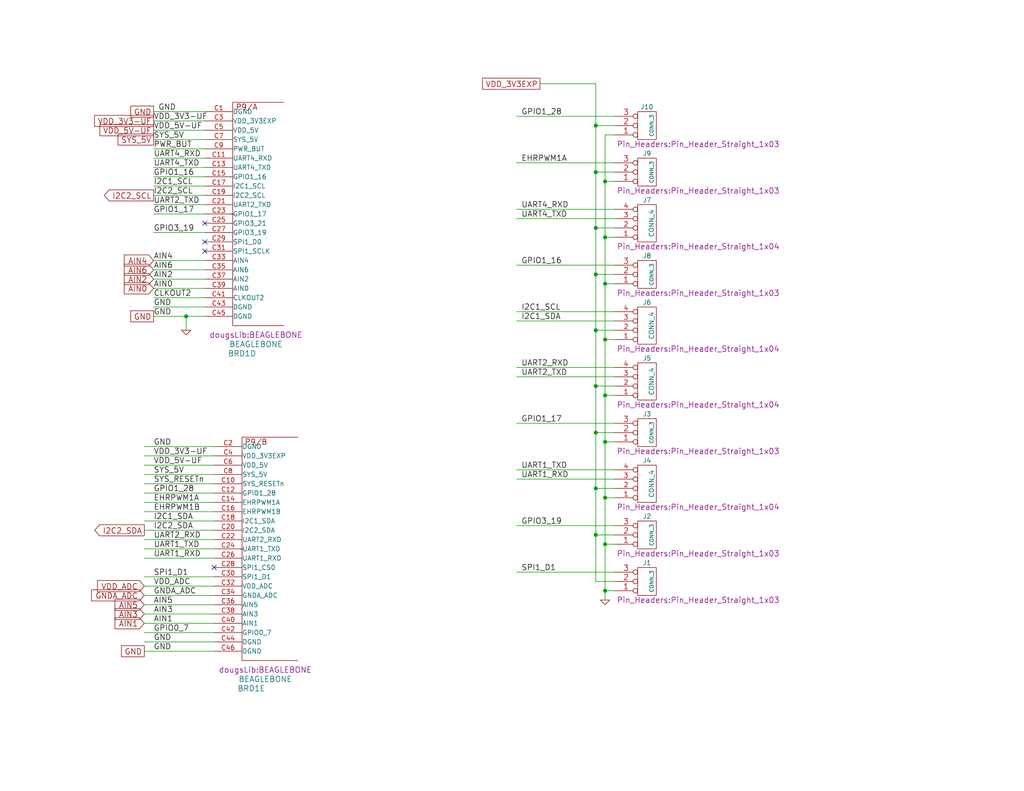
<source format=kicad_sch>
(kicad_sch (version 20211123) (generator eeschema)
  (paper "A")
  (title_block (title "BeagleBone Cape Baseline") (date "24 feb 2015") (rev "X4") (company "Doug Gilliland <doug@douglasgilliland.com>") (comment 1 "https://github.com/douggilliland/"))
  (lib_symbols
    (symbol "BBB-GVS-4-rescue:BEAGLEBONE" (pin_names (offset 0.0254))
      (property "Reference" "U" (at 2.54 -33.02 0))
      (property "Value" "BEAGLEBONE" (at 7.62 -35.56 0))
      (symbol "BEAGLEBONE_1_1"
        (rectangle (start -10.16 8.89) (end 10.16 -7.62))
        (text "Battery/BL" (at 0 7.62 0) (effects (font (size 1.524 1.524))))
        (pin passive inverted (at -17.78 5.08 0) (length 7.62) (name "BAT") (number "A1"))
        (pin passive inverted (at 17.78 -5.08 180) (length 7.62) (name "BL_SINK2") (number "A10"))
        (pin passive inverted (at 17.78 5.08 180) (length 7.62) (name "BAT") (number "A2"))
        (pin passive inverted (at -17.78 2.54 0) (length 7.62) (name "BAT_S") (number "A3"))
        (pin passive inverted (at 17.78 2.54 180) (length 7.62) (name "BAT_TEMP") (number "A4"))
        (pin passive inverted (at -17.78 0 0) (length 7.62) (name "BL_ISET2") (number "A5"))
        (pin passive inverted (at 17.78 0 180) (length 7.62) (name "BL_ISET1") (number "A6"))
        (pin passive inverted (at -17.78 -2.54 0) (length 7.62) (name "BL_OUT") (number "A7"))
        (pin passive inverted (at 17.78 -2.54 180) (length 7.62) (name "BL_IN") (number "A8"))
        (pin passive inverted (at -17.78 -5.08 0) (length 7.62) (name "BL_SINK") (number "A9"))
      )
      (symbol "BEAGLEBONE_2_1"
        (polyline (pts (xy 1.27 30.48) (xy 12.7 30.48)))
        (polyline (pts (xy 1.27 30.48) (xy 0 30.48) (xy 0 -31.75) (xy 12.7 -31.75)))
        (text "P8/A" (at 2.54 31.75 0) (effects (font (size 1.524 1.524))))
        (pin power_out line (at -7.62 29.21 0) (length 7.62) (name "DGND") (number "B1"))
        (pin bidirectional line (at -7.62 16.51 0) (length 7.62) (name "GPIO1_13") (number "B11"))
        (pin bidirectional line (at -7.62 13.97 0) (length 7.62) (name "EHRPWM2B") (number "B13"))
        (pin bidirectional line (at -7.62 11.43 0) (length 7.62) (name "GPIO1_15") (number "B15"))
        (pin bidirectional line (at -7.62 8.89 0) (length 7.62) (name "GPIO0_27") (number "B17"))
        (pin bidirectional line (at -7.62 6.35 0) (length 7.62) (name "EHRPWM2A") (number "B19"))
        (pin bidirectional line (at -7.62 3.81 0) (length 7.62) (name "GPIO1_30") (number "B21"))
        (pin bidirectional line (at -7.62 1.27 0) (length 7.62) (name "GPIO1_4") (number "B23"))
        (pin bidirectional line (at -7.62 -1.27 0) (length 7.62) (name "GPIO1_0") (number "B25"))
        (pin bidirectional line (at -7.62 -3.81 0) (length 7.62) (name "GPIO2_22") (number "B27"))
        (pin bidirectional line (at -7.62 -6.35 0) (length 7.62) (name "GPIO2_23") (number "B29"))
        (pin bidirectional line (at -7.62 26.67 0) (length 7.62) (name "GPIO1_6") (number "B3"))
        (pin bidirectional line (at -7.62 -8.89 0) (length 7.62) (name "UART5_CTSN") (number "B31"))
        (pin bidirectional line (at -7.62 -11.43 0) (length 7.62) (name "UART4_RTSN") (number "B33"))
        (pin bidirectional line (at -7.62 -13.97 0) (length 7.62) (name "UART4_CTSN") (number "B35"))
        (pin bidirectional line (at -7.62 -16.51 0) (length 7.62) (name "UART5_TXD") (number "B37"))
        (pin bidirectional line (at -7.62 -19.05 0) (length 7.62) (name "GPIO2_12") (number "B39"))
        (pin bidirectional line (at -7.62 -21.59 0) (length 7.62) (name "GPIO2_10") (number "B41"))
        (pin bidirectional line (at -7.62 -24.13 0) (length 7.62) (name "GPIO2_8") (number "B43"))
        (pin bidirectional line (at -7.62 -26.67 0) (length 7.62) (name "GPIO2_6") (number "B45"))
        (pin bidirectional line (at -7.62 24.13 0) (length 7.62) (name "GPIO1_2") (number "B5"))
        (pin bidirectional line (at -7.62 21.59 0) (length 7.62) (name "TIMER4") (number "B7"))
        (pin bidirectional line (at -7.62 19.05 0) (length 7.62) (name "TIMER5") (number "B9"))
      )
      (symbol "BEAGLEBONE_3_1"
        (polyline (pts (xy 15.24 -30.48) (xy 0 -30.48) (xy 0 30.48) (xy 15.24 30.48)))
        (text "P8/B" (at 3.81 31.75 0) (effects (font (size 1.524 1.524))))
        (pin bidirectional line (at -7.62 17.78 0) (length 7.62) (name "TIMER6") (number "B10"))
        (pin bidirectional line (at -7.62 15.24 0) (length 7.62) (name "GPIO1_12") (number "B12"))
        (pin bidirectional line (at -7.62 12.7 0) (length 7.62) (name "GPIO0_26") (number "B14"))
        (pin bidirectional line (at -7.62 10.16 0) (length 7.62) (name "GPIO1_14") (number "B16"))
        (pin bidirectional line (at -7.62 7.62 0) (length 7.62) (name "GPIO2_1") (number "B18"))
        (pin power_out line (at -7.62 27.94 0) (length 7.62) (name "DGND") (number "B2"))
        (pin bidirectional line (at -7.62 5.08 0) (length 7.62) (name "GPIO1_31") (number "B20"))
        (pin bidirectional line (at -7.62 2.54 0) (length 7.62) (name "GPIO1_5") (number "B22"))
        (pin bidirectional line (at -7.62 0 0) (length 7.62) (name "GPIO1_1") (number "B24"))
        (pin bidirectional line (at -7.62 -2.54 0) (length 7.62) (name "GPIO1_29") (number "B26"))
        (pin bidirectional line (at -7.62 -5.08 0) (length 7.62) (name "GPIO2_24") (number "B28"))
        (pin bidirectional line (at -7.62 -7.62 0) (length 7.62) (name "GPIO2_25") (number "B30"))
        (pin bidirectional line (at -7.62 -10.16 0) (length 7.62) (name "UART5_RTSN") (number "B32"))
        (pin bidirectional line (at -7.62 -12.7 0) (length 7.62) (name "UART3_RTSN") (number "B34"))
        (pin bidirectional line (at -7.62 -15.24 0) (length 7.62) (name "UART3_CTSN") (number "B36"))
        (pin bidirectional line (at -7.62 -17.78 0) (length 7.62) (name "UART5_RXD") (number "B38"))
        (pin power_out line (at -7.62 25.4 0) (length 7.62) (name "GPIO1_7") (number "B4"))
        (pin bidirectional line (at -7.62 -20.32 0) (length 7.62) (name "GPIO2_13") (number "B40"))
        (pin bidirectional line (at -7.62 -22.86 0) (length 7.62) (name "GPIO2_11") (number "B42"))
        (pin bidirectional line (at -7.62 -25.4 0) (length 7.62) (name "GPIO2_9") (number "B44"))
        (pin bidirectional line (at -7.62 -27.94 0) (length 7.62) (name "GPIO2_7") (number "B46"))
        (pin power_out line (at -7.62 22.86 0) (length 7.62) (name "GPIO1_3") (number "B6"))
        (pin bidirectional line (at -7.62 20.32 0) (length 7.62) (name "TIMER7") (number "B8"))
      )
      (symbol "BEAGLEBONE_4_0"
        (polyline (pts (xy 13.97 -30.48) (xy 0 -30.48) (xy 0 27.94) (xy 0 30.48) (xy 13.97 30.48)))
      )
      (symbol "BEAGLEBONE_4_1"
        (text "P9/A" (at 3.81 29.21 0) (effects (font (size 1.524 1.524))))
        (pin power_in line (at -7.62 27.94 0) (length 7.62) (name "DGND") (number "C1"))
        (pin bidirectional line (at -7.62 15.24 0) (length 7.62) (name "UART4_RXD") (number "C11"))
        (pin bidirectional line (at -7.62 12.7 0) (length 7.62) (name "UART4_TXD") (number "C13"))
        (pin bidirectional line (at -7.62 10.16 0) (length 7.62) (name "GPIO1_16") (number "C15"))
        (pin bidirectional line (at -7.62 7.62 0) (length 7.62) (name "I2C1_SCL") (number "C17"))
        (pin bidirectional line (at -7.62 5.08 0) (length 7.62) (name "I2C2_SCL") (number "C19"))
        (pin bidirectional line (at -7.62 2.54 0) (length 7.62) (name "UART2_TXD") (number "C21"))
        (pin bidirectional line (at -7.62 0 0) (length 7.62) (name "GPIO1_17") (number "C23"))
        (pin bidirectional line (at -7.62 -2.54 0) (length 7.62) (name "GPIO3_21") (number "C25"))
        (pin bidirectional line (at -7.62 -5.08 0) (length 7.62) (name "GPIO3_19") (number "C27"))
        (pin bidirectional line (at -7.62 -7.62 0) (length 7.62) (name "SPI1_D0") (number "C29"))
        (pin power_out line (at -7.62 25.4 0) (length 7.62) (name "VDD_3V3EXP") (number "C3"))
        (pin bidirectional line (at -7.62 -10.16 0) (length 7.62) (name "SPI1_SCLK") (number "C31"))
        (pin bidirectional line (at -7.62 -12.7 0) (length 7.62) (name "AIN4") (number "C33"))
        (pin bidirectional line (at -7.62 -15.24 0) (length 7.62) (name "AIN6") (number "C35"))
        (pin bidirectional line (at -7.62 -17.78 0) (length 7.62) (name "AIN2") (number "C37"))
        (pin bidirectional line (at -7.62 -20.32 0) (length 7.62) (name "AIN0") (number "C39"))
        (pin bidirectional line (at -7.62 -22.86 0) (length 7.62) (name "CLKOUT2") (number "C41"))
        (pin bidirectional line (at -7.62 -25.4 0) (length 7.62) (name "DGND") (number "C43"))
        (pin bidirectional line (at -7.62 -27.94 0) (length 7.62) (name "DGND") (number "C45"))
        (pin power_out line (at -7.62 22.86 0) (length 7.62) (name "VDD_5V") (number "C5"))
        (pin bidirectional line (at -7.62 20.32 0) (length 7.62) (name "SYS_5V") (number "C7"))
        (pin bidirectional line (at -7.62 17.78 0) (length 7.62) (name "PWR_BUT") (number "C9"))
      )
      (symbol "BEAGLEBONE_5_1"
        (polyline (pts (xy 15.24 30.48) (xy 0 30.48) (xy 0 -30.48) (xy 15.24 -30.48)))
        (text "P9/B" (at 3.81 29.21 0) (effects (font (size 1.524 1.524))))
        (pin bidirectional line (at -7.62 17.78 0) (length 7.62) (name "SYS_RESETn") (number "C10"))
        (pin bidirectional line (at -7.62 15.24 0) (length 7.62) (name "GPIO1_28") (number "C12"))
        (pin bidirectional line (at -7.62 12.7 0) (length 7.62) (name "EHRPWM1A") (number "C14"))
        (pin bidirectional line (at -7.62 10.16 0) (length 7.62) (name "EHRPWM1B") (number "C16"))
        (pin bidirectional line (at -7.62 7.62 0) (length 7.62) (name "I2C1_SDA") (number "C18"))
        (pin power_in line (at -7.62 27.94 0) (length 7.62) (name "DGND") (number "C2"))
        (pin bidirectional line (at -7.62 5.08 0) (length 7.62) (name "I2C2_SDA") (number "C20"))
        (pin bidirectional line (at -7.62 2.54 0) (length 7.62) (name "UART2_RXD") (number "C22"))
        (pin bidirectional line (at -7.62 0 0) (length 7.62) (name "UART1_TXD") (number "C24"))
        (pin bidirectional line (at -7.62 -2.54 0) (length 7.62) (name "UART1_RXD") (number "C26"))
        (pin bidirectional line (at -7.62 -5.08 0) (length 7.62) (name "SPI1_CS0") (number "C28"))
        (pin bidirectional line (at -7.62 -7.62 0) (length 7.62) (name "SPI1_D1") (number "C30"))
        (pin power_out line (at -7.62 -10.16 0) (length 7.62) (name "VDD_ADC") (number "C32"))
        (pin power_out line (at -7.62 -12.7 0) (length 7.62) (name "GNDA_ADC") (number "C34"))
        (pin bidirectional line (at -7.62 -15.24 0) (length 7.62) (name "AIN5") (number "C36"))
        (pin bidirectional line (at -7.62 -17.78 0) (length 7.62) (name "AIN3") (number "C38"))
        (pin power_out line (at -7.62 25.4 0) (length 7.62) (name "VDD_3V3EXP") (number "C4"))
        (pin bidirectional line (at -7.62 -20.32 0) (length 7.62) (name "AIN1") (number "C40"))
        (pin power_out line (at -7.62 -22.86 0) (length 7.62) (name "GPIO0_7") (number "C42"))
        (pin bidirectional line (at -7.62 -25.4 0) (length 7.62) (name "DGND") (number "C44"))
        (pin bidirectional line (at -7.62 -27.94 0) (length 7.62) (name "DGND") (number "C46"))
        (pin power_out line (at -7.62 22.86 0) (length 7.62) (name "VDD_5V") (number "C6"))
        (pin bidirectional line (at -7.62 20.32 0) (length 7.62) (name "SYS_5V") (number "C8"))
      )
    )
    (symbol "BBB-GVS-4-rescue:CONN_3" (pin_names (offset 1.016) hide)
      (property "Reference" "K" (at -1.27 0 90))
      (property "Value" "CONN_3" (at 1.27 0 90))
      (symbol "CONN_3_0_1"
        (rectangle (start -2.54 3.81) (end 2.54 -3.81))
      )
      (symbol "CONN_3_1_1"
        (pin passive inverted (at -8.89 2.54 0) (length 6.35) (name "P1") (number "1"))
        (pin passive inverted (at -8.89 0 0) (length 6.35) (name "PM") (number "2"))
        (pin passive inverted (at -8.89 -2.54 0) (length 6.35) (name "P3") (number "3"))
      )
    )
    (symbol "BBB-GVS-4-rescue:CONN_4" (pin_names (offset 1.016) hide)
      (property "Reference" "P" (at -1.27 0 90))
      (property "Value" "CONN_4" (at 1.27 0 90))
      (symbol "CONN_4_0_1"
        (rectangle (start -2.54 5.08) (end 2.54 -5.08))
      )
      (symbol "CONN_4_1_1"
        (pin passive inverted (at -8.89 3.81 0) (length 6.35) (name "P1") (number "1"))
        (pin passive inverted (at -8.89 1.27 0) (length 6.35) (name "P2") (number "2"))
        (pin passive inverted (at -8.89 -1.27 0) (length 6.35) (name "P3") (number "3"))
        (pin passive inverted (at -8.89 -3.81 0) (length 6.35) (name "P4") (number "4"))
      )
    )
    (symbol "BBB-GVS-4-rescue:GND-RESCUE-BBB-GVS-3" (power) (pin_names (offset 0))
      (symbol "GND-RESCUE-BBB-GVS-3_0_1"
        (polyline (pts (xy -1.27 0) (xy 0 -1.27) (xy 1.27 0) (xy -1.27 0)))
      )
      (symbol "GND-RESCUE-BBB-GVS-3_1_1"
        (pin power_in line (at 0 0 90) (length 0) hide (name "GND") (number "1"))
      )
    )
  )
  (junction (at 165.1 120.65))
  (junction (at 165.1 135.89))
  (junction (at 162.56 133.35))
  (junction (at 162.56 62.23))
  (junction (at 165.1 92.71))
  (junction (at 162.56 105.41))
  (junction (at 165.1 77.47))
  (junction (at 165.1 107.95))
  (junction (at 162.56 34.29))
  (junction (at 165.1 64.77))
  (junction (at 162.56 74.93))
  (junction (at 162.56 46.99))
  (junction (at 50.8 86.36))
  (junction (at 165.1 49.53))
  (junction (at 165.1 148.59))
  (junction (at 165.1 161.29))
  (junction (at 162.56 146.05))
  (junction (at 162.56 90.17))
  (junction (at 162.56 118.11))
  (no_connect (at 55.88 60.96))
  (no_connect (at 55.88 66.04))
  (no_connect (at 55.88 68.58))
  (no_connect (at 58.42 154.94))
  (wire (pts (xy 58.42 139.7) (xy 39.37 139.7)))
  (wire (pts (xy 167.64 161.29) (xy 165.1 161.29)))
  (wire (pts (xy 167.64 120.65) (xy 165.1 120.65)))
  (wire (pts (xy 165.1 64.77) (xy 165.1 77.47)))
  (wire (pts (xy 58.42 170.18) (xy 39.37 170.18)))
  (wire (pts (xy 162.56 46.99) (xy 167.64 46.99)))
  (wire (pts (xy 165.1 36.83) (xy 165.1 49.53)))
  (wire (pts (xy 167.64 148.59) (xy 165.1 148.59)))
  (wire (pts (xy 167.64 34.29) (xy 162.56 34.29)))
  (wire (pts (xy 58.42 129.54) (xy 39.37 129.54)))
  (wire (pts (xy 162.56 90.17) (xy 167.64 90.17)))
  (wire (pts (xy 58.42 167.64) (xy 39.37 167.64)))
  (wire (pts (xy 167.64 49.53) (xy 165.1 49.53)))
  (wire (pts (xy 55.88 38.1) (xy 41.91 38.1)))
  (wire (pts (xy 58.42 165.1) (xy 39.37 165.1)))
  (wire (pts (xy 58.42 152.4) (xy 39.37 152.4)))
  (wire (pts (xy 55.88 50.8) (xy 41.91 50.8)))
  (wire (pts (xy 58.42 157.48) (xy 39.37 157.48)))
  (wire (pts (xy 162.56 146.05) (xy 167.64 146.05)))
  (wire (pts (xy 55.88 58.42) (xy 41.91 58.42)))
  (wire (pts (xy 162.56 118.11) (xy 162.56 133.35)))
  (wire (pts (xy 165.1 161.29) (xy 165.1 163.83)))
  (wire (pts (xy 55.88 33.02) (xy 41.91 33.02)))
  (wire (pts (xy 55.88 78.74) (xy 41.91 78.74)))
  (wire (pts (xy 162.56 62.23) (xy 167.64 62.23)))
  (wire (pts (xy 165.1 120.65) (xy 165.1 135.89)))
  (wire (pts (xy 55.88 48.26) (xy 41.91 48.26)))
  (wire (pts (xy 58.42 144.78) (xy 39.37 144.78)))
  (wire (pts (xy 55.88 40.64) (xy 41.91 40.64)))
  (wire (pts (xy 162.56 118.11) (xy 167.64 118.11)))
  (wire (pts (xy 162.56 105.41) (xy 167.64 105.41)))
  (wire (pts (xy 167.64 130.81) (xy 140.97 130.81)))
  (wire (pts (xy 58.42 142.24) (xy 39.37 142.24)))
  (wire (pts (xy 167.64 59.69) (xy 140.97 59.69)))
  (wire (pts (xy 167.64 115.57) (xy 140.97 115.57)))
  (wire (pts (xy 165.1 148.59) (xy 165.1 161.29)))
  (wire (pts (xy 162.56 158.75) (xy 167.64 158.75)))
  (wire (pts (xy 165.1 77.47) (xy 165.1 92.71)))
  (wire (pts (xy 167.64 77.47) (xy 165.1 77.47)))
  (wire (pts (xy 162.56 74.93) (xy 162.56 90.17)))
  (wire (pts (xy 167.64 135.89) (xy 165.1 135.89)))
  (wire (pts (xy 162.56 90.17) (xy 162.56 105.41)))
  (wire (pts (xy 58.42 175.26) (xy 39.37 175.26)))
  (wire (pts (xy 55.88 76.2) (xy 41.91 76.2)))
  (wire (pts (xy 162.56 46.99) (xy 162.56 62.23)))
  (wire (pts (xy 55.88 73.66) (xy 41.91 73.66)))
  (wire (pts (xy 58.42 177.8) (xy 39.37 177.8)))
  (wire (pts (xy 55.88 83.82) (xy 41.91 83.82)))
  (wire (pts (xy 162.56 133.35) (xy 162.56 146.05)))
  (wire (pts (xy 167.64 102.87) (xy 140.97 102.87)))
  (wire (pts (xy 167.64 72.39) (xy 140.97 72.39)))
  (wire (pts (xy 165.1 107.95) (xy 165.1 120.65)))
  (wire (pts (xy 162.56 34.29) (xy 162.56 46.99)))
  (wire (pts (xy 58.42 137.16) (xy 39.37 137.16)))
  (wire (pts (xy 167.64 100.33) (xy 140.97 100.33)))
  (wire (pts (xy 58.42 134.62) (xy 39.37 134.62)))
  (wire (pts (xy 58.42 124.46) (xy 39.37 124.46)))
  (wire (pts (xy 167.64 36.83) (xy 165.1 36.83)))
  (wire (pts (xy 55.88 35.56) (xy 41.91 35.56)))
  (wire (pts (xy 167.64 87.63) (xy 140.97 87.63)))
  (wire (pts (xy 58.42 172.72) (xy 39.37 172.72)))
  (wire (pts (xy 162.56 105.41) (xy 162.56 118.11)))
  (wire (pts (xy 162.56 22.86) (xy 162.56 34.29)))
  (wire (pts (xy 58.42 162.56) (xy 39.37 162.56)))
  (wire (pts (xy 50.8 86.36) (xy 55.88 86.36)))
  (wire (pts (xy 167.64 107.95) (xy 165.1 107.95)))
  (wire (pts (xy 58.42 160.02) (xy 39.37 160.02)))
  (wire (pts (xy 167.64 92.71) (xy 165.1 92.71)))
  (wire (pts (xy 167.64 64.77) (xy 165.1 64.77)))
  (wire (pts (xy 167.64 85.09) (xy 140.97 85.09)))
  (wire (pts (xy 162.56 74.93) (xy 167.64 74.93)))
  (wire (pts (xy 58.42 132.08) (xy 39.37 132.08)))
  (wire (pts (xy 167.64 31.75) (xy 140.97 31.75)))
  (wire (pts (xy 55.88 45.72) (xy 41.91 45.72)))
  (wire (pts (xy 55.88 30.48) (xy 41.91 30.48)))
  (wire (pts (xy 50.8 86.36) (xy 50.8 90.17)))
  (wire (pts (xy 55.88 55.88) (xy 41.91 55.88)))
  (wire (pts (xy 147.32 22.86) (xy 162.56 22.86)))
  (wire (pts (xy 55.88 53.34) (xy 41.91 53.34)))
  (wire (pts (xy 39.37 121.92) (xy 58.42 121.92)))
  (wire (pts (xy 162.56 133.35) (xy 167.64 133.35)))
  (wire (pts (xy 58.42 127) (xy 39.37 127)))
  (wire (pts (xy 55.88 71.12) (xy 41.91 71.12)))
  (wire (pts (xy 55.88 43.18) (xy 41.91 43.18)))
  (wire (pts (xy 165.1 92.71) (xy 165.1 107.95)))
  (wire (pts (xy 167.64 156.21) (xy 140.97 156.21)))
  (wire (pts (xy 55.88 63.5) (xy 41.91 63.5)))
  (wire (pts (xy 58.42 149.86) (xy 39.37 149.86)))
  (wire (pts (xy 162.56 62.23) (xy 162.56 74.93)))
  (wire (pts (xy 162.56 146.05) (xy 162.56 158.75)))
  (wire (pts (xy 41.91 86.36) (xy 50.8 86.36)))
  (wire (pts (xy 167.64 44.45) (xy 140.97 44.45)))
  (wire (pts (xy 58.42 147.32) (xy 39.37 147.32)))
  (wire (pts (xy 55.88 81.28) (xy 41.91 81.28)))
  (wire (pts (xy 165.1 135.89) (xy 165.1 148.59)))
  (wire (pts (xy 167.64 128.27) (xy 140.97 128.27)))
  (wire (pts (xy 165.1 49.53) (xy 165.1 64.77)))
  (wire (pts (xy 167.64 57.15) (xy 140.97 57.15)))
  (wire (pts (xy 167.64 143.51) (xy 140.97 143.51)))
  (label "GPIO1_16" (at 142.24 72.39 0) (effects (font (size 1.524 1.524))))
  (label "I2C1_SDA" (at 41.91 142.24 0) (effects (font (size 1.524 1.524))))
  (label "GND" (at 43.18 30.48 0) (effects (font (size 1.524 1.524))))
  (label "AIN5" (at 41.91 165.1 0) (effects (font (size 1.524 1.524))))
  (label "UART1_TXD" (at 41.91 149.86 0) (effects (font (size 1.524 1.524))))
  (label "PWR_BUT" (at 41.91 40.64 0) (effects (font (size 1.524 1.524))))
  (label "EHRPWM1A" (at 142.24 44.45 0) (effects (font (size 1.524 1.524))))
  (label "GNDA_ADC" (at 41.91 162.56 0) (effects (font (size 1.524 1.524))))
  (label "I2C1_SCL" (at 41.91 50.8 0) (effects (font (size 1.524 1.524))))
  (label "GPIO1_17" (at 41.91 58.42 0) (effects (font (size 1.524 1.524))))
  (label "UART2_RXD" (at 41.91 147.32 0) (effects (font (size 1.524 1.524))))
  (label "AIN6" (at 41.91 73.66 0) (effects (font (size 1.524 1.524))))
  (label "AIN2" (at 41.91 76.2 0) (effects (font (size 1.524 1.524))))
  (label "AIN1" (at 41.91 170.18 0) (effects (font (size 1.524 1.524))))
  (label "SYS_5V" (at 41.91 129.54 0) (effects (font (size 1.524 1.524))))
  (label "UART2_TXD" (at 142.24 102.87 0) (effects (font (size 1.524 1.524))))
  (label "SPI1_D1" (at 41.91 157.48 0) (effects (font (size 1.524 1.524))))
  (label "AIN4" (at 41.91 71.12 0) (effects (font (size 1.524 1.524))))
  (label "GPIO1_16" (at 41.91 48.26 0) (effects (font (size 1.524 1.524))))
  (label "GPIO1_17" (at 142.24 115.57 0) (effects (font (size 1.524 1.524))))
  (label "I2C2_SDA" (at 41.91 144.78 0) (effects (font (size 1.524 1.524))))
  (label "GND" (at 41.91 83.82 0) (effects (font (size 1.524 1.524))))
  (label "CLKOUT2" (at 41.91 81.28 0) (effects (font (size 1.524 1.524))))
  (label "GPIO1_28" (at 41.91 134.62 0) (effects (font (size 1.524 1.524))))
  (label "GPIO3_19" (at 142.24 143.51 0) (effects (font (size 1.524 1.524))))
  (label "EHRPWM1B" (at 41.91 139.7 0) (effects (font (size 1.524 1.524))))
  (label "I2C1_SCL" (at 142.24 85.09 0) (effects (font (size 1.524 1.524))))
  (label "VDD_5V-UF" (at 41.91 127 0) (effects (font (size 1.524 1.524))))
  (label "UART4_RXD" (at 142.24 57.15 0) (effects (font (size 1.524 1.524))))
  (label "EHRPWM1A" (at 41.91 137.16 0) (effects (font (size 1.524 1.524))))
  (label "UART4_RXD" (at 41.91 43.18 0) (effects (font (size 1.524 1.524))))
  (label "VDD_5V-UF" (at 41.91 35.56 0) (effects (font (size 1.524 1.524))))
  (label "SYS_RESETn" (at 41.91 132.08 0) (effects (font (size 1.524 1.524))))
  (label "VDD_3V3-UF" (at 41.91 124.46 0) (effects (font (size 1.524 1.524))))
  (label "VDD_ADC" (at 41.91 160.02 0) (effects (font (size 1.524 1.524))))
  (label "UART2_RXD" (at 142.24 100.33 0) (effects (font (size 1.524 1.524))))
  (label "UART4_TXD" (at 41.91 45.72 0) (effects (font (size 1.524 1.524))))
  (label "AIN0" (at 41.91 78.74 0) (effects (font (size 1.524 1.524))))
  (label "SYS_5V" (at 41.91 38.1 0) (effects (font (size 1.524 1.524))))
  (label "GND" (at 41.91 86.36 0) (effects (font (size 1.524 1.524))))
  (label "GND" (at 41.91 121.92 0) (effects (font (size 1.524 1.524))))
  (label "GND" (at 41.91 175.26 0) (effects (font (size 1.524 1.524))))
  (label "SPI1_D1" (at 142.24 156.21 0) (effects (font (size 1.524 1.524))))
  (label "UART1_RXD" (at 142.24 130.81 0) (effects (font (size 1.524 1.524))))
  (label "VDD_3V3-UF" (at 41.91 33.02 0) (effects (font (size 1.524 1.524))))
  (label "GPIO3_19" (at 41.91 63.5 0) (effects (font (size 1.524 1.524))))
  (label "I2C2_SCL" (at 41.91 53.34 0) (effects (font (size 1.524 1.524))))
  (label "I2C1_SDA" (at 142.24 87.63 0) (effects (font (size 1.524 1.524))))
  (label "UART1_TXD" (at 142.24 128.27 0) (effects (font (size 1.524 1.524))))
  (label "GPIO0_7" (at 41.91 172.72 0) (effects (font (size 1.524 1.524))))
  (label "GPIO1_28" (at 142.24 31.75 0) (effects (font (size 1.524 1.524))))
  (label "UART4_TXD" (at 142.24 59.69 0) (effects (font (size 1.524 1.524))))
  (label "UART1_RXD" (at 41.91 152.4 0) (effects (font (size 1.524 1.524))))
  (label "GND" (at 41.91 177.8 0) (effects (font (size 1.524 1.524))))
  (label "UART2_TXD" (at 41.91 55.88 0) (effects (font (size 1.524 1.524))))
  (label "AIN3" (at 41.91 167.64 0) (effects (font (size 1.524 1.524))))
  (global_label "GND" (shape passive) (at 39.37 177.8 180) (effects (font (size 1.524 1.524))) (property "Intersheet References" "${INTERSHEET_REFS}" (effects hide)))
  (global_label "AIN5" (shape input) (at 39.37 165.1 180) (effects (font (size 1.524 1.524))) (property "Intersheet References" "${INTERSHEET_REFS}" (effects hide)))
  (global_label "AIN1" (shape input) (at 39.37 170.18 180) (effects (font (size 1.524 1.524))) (property "Intersheet References" "${INTERSHEET_REFS}" (effects hide)))
  (global_label "VDD_3V3EXP" (shape passive) (at 147.32 22.86 180) (effects (font (size 1.524 1.524))) (property "Intersheet References" "${INTERSHEET_REFS}" (effects hide)))
  (global_label "AIN2" (shape input) (at 41.91 76.2 180) (effects (font (size 1.524 1.524))) (property "Intersheet References" "${INTERSHEET_REFS}" (effects hide)))
  (global_label "AIN4" (shape input) (at 41.91 71.12 180) (effects (font (size 1.524 1.524))) (property "Intersheet References" "${INTERSHEET_REFS}" (effects hide)))
  (global_label "AIN0" (shape input) (at 41.91 78.74 180) (effects (font (size 1.524 1.524))) (property "Intersheet References" "${INTERSHEET_REFS}" (effects hide)))
  (global_label "AIN6" (shape input) (at 41.91 73.66 180) (effects (font (size 1.524 1.524))) (property "Intersheet References" "${INTERSHEET_REFS}" (effects hide)))
  (global_label "VDD_5V-UF" (shape passive) (at 41.91 35.56 180) (effects (font (size 1.524 1.524))) (property "Intersheet References" "${INTERSHEET_REFS}" (effects hide)))
  (global_label "I2C2_SDA" (shape output) (at 39.37 144.78 180) (effects (font (size 1.524 1.524))) (property "Intersheet References" "${INTERSHEET_REFS}" (effects hide)))
  (global_label "VDD_ADC" (shape input) (at 39.37 160.02 180) (effects (font (size 1.524 1.524))) (property "Intersheet References" "${INTERSHEET_REFS}" (effects hide)))
  (global_label "SYS_5V" (shape passive) (at 41.91 38.1 180) (effects (font (size 1.524 1.524))) (property "Intersheet References" "${INTERSHEET_REFS}" (effects hide)))
  (global_label "GND" (shape passive) (at 41.91 30.48 180) (effects (font (size 1.524 1.524))) (property "Intersheet References" "${INTERSHEET_REFS}" (effects hide)))
  (global_label "GND" (shape passive) (at 41.91 86.36 180) (effects (font (size 1.524 1.524))) (property "Intersheet References" "${INTERSHEET_REFS}" (effects hide)))
  (global_label "GNDA_ADC" (shape input) (at 39.37 162.56 180) (effects (font (size 1.524 1.524))) (property "Intersheet References" "${INTERSHEET_REFS}" (effects hide)))
  (global_label "I2C2_SCL" (shape output) (at 41.91 53.34 180) (effects (font (size 1.524 1.524))) (property "Intersheet References" "${INTERSHEET_REFS}" (effects hide)))
  (global_label "VDD_3V3-UF" (shape passive) (at 41.91 33.02 180) (effects (font (size 1.524 1.524))) (property "Intersheet References" "${INTERSHEET_REFS}" (effects hide)))
  (global_label "AIN3" (shape input) (at 39.37 167.64 180) (effects (font (size 1.524 1.524))) (property "Intersheet References" "${INTERSHEET_REFS}" (effects hide)))
  (symbol (lib_id "BBB-GVS-4-rescue:BEAGLEBONE") (at 63.5 58.42 0) (unit 4)
    (property "Reference" "BRD1" (at 66.04 96.52 0) (effects (font (size 1.524 1.524))))
    (property "Value" "BEAGLEBONE" (at 69.85 93.98 0) (effects (font (size 1.524 1.524))))
    (property "Footprint" "dougsLib:BEAGLEBONE" (at 69.85 91.44 0) (effects (font (size 1.524 1.524))))
    (property "Datasheet" "~" (at 63.5 58.42 0) (effects (font (size 1.524 1.524))))
  )
  (symbol (lib_id "BBB-GVS-4-rescue:BEAGLEBONE") (at 66.04 149.86 0) (unit 5)
    (property "Reference" "BRD1" (at 68.58 187.96 0) (effects (font (size 1.524 1.524))))
    (property "Value" "BEAGLEBONE" (at 72.39 185.42 0) (effects (font (size 1.524 1.524))))
    (property "Footprint" "dougsLib:BEAGLEBONE" (at 72.39 182.88 0) (effects (font (size 1.524 1.524))))
    (property "Datasheet" "~" (at 66.04 149.86 0) (effects (font (size 1.524 1.524))))
  )
  (symbol (lib_id "BBB-GVS-4-rescue:CONN_3") (at 176.53 74.93 0) (mirror x) (unit 1)
    (property "Reference" "J8" (at 176.53 69.85 0))
    (property "Value" "CONN_3" (at 177.8 74.93 90) (effects (font (size 1.016 1.016))))
    (property "Footprint" "Pin_Headers:Pin_Header_Straight_1x03" (at 190.5 80.01 0) (effects (font (size 1.524 1.524))))
  )
  (symbol (lib_id "BBB-GVS-4-rescue:CONN_3") (at 176.53 118.11 0) (mirror x) (unit 1)
    (property "Reference" "J3" (at 176.53 113.03 0))
    (property "Value" "CONN_3" (at 177.8 118.11 90) (effects (font (size 1.016 1.016))))
    (property "Footprint" "Pin_Headers:Pin_Header_Straight_1x03" (at 190.5 123.19 0) (effects (font (size 1.524 1.524))))
  )
  (symbol (lib_id "BBB-GVS-4-rescue:CONN_4") (at 176.53 60.96 0) (mirror x) (unit 1)
    (property "Reference" "J7" (at 176.53 54.61 0))
    (property "Value" "CONN_4" (at 177.8 60.96 90))
    (property "Footprint" "Pin_Headers:Pin_Header_Straight_1x04" (at 190.5 67.31 0) (effects (font (size 1.524 1.524))))
  )
  (symbol (lib_id "BBB-GVS-4-rescue:CONN_4") (at 176.53 88.9 0) (mirror x) (unit 1)
    (property "Reference" "J6" (at 176.53 82.55 0))
    (property "Value" "CONN_4" (at 177.8 88.9 90))
    (property "Footprint" "Pin_Headers:Pin_Header_Straight_1x04" (at 190.5 95.25 0) (effects (font (size 1.524 1.524))))
  )
  (symbol (lib_id "BBB-GVS-4-rescue:CONN_4") (at 176.53 104.14 0) (mirror x) (unit 1)
    (property "Reference" "J5" (at 176.53 97.79 0))
    (property "Value" "CONN_4" (at 177.8 104.14 90))
    (property "Footprint" "Pin_Headers:Pin_Header_Straight_1x04" (at 190.5 110.49 0) (effects (font (size 1.524 1.524))))
  )
  (symbol (lib_id "BBB-GVS-4-rescue:CONN_3") (at 176.53 146.05 0) (mirror x) (unit 1)
    (property "Reference" "J2" (at 176.53 140.97 0))
    (property "Value" "CONN_3" (at 177.8 146.05 90) (effects (font (size 1.016 1.016))))
    (property "Footprint" "Pin_Headers:Pin_Header_Straight_1x03" (at 190.5 151.13 0) (effects (font (size 1.524 1.524))))
  )
  (symbol (lib_id "BBB-GVS-4-rescue:CONN_3") (at 176.53 34.29 0) (mirror x) (unit 1)
    (property "Reference" "J10" (at 176.53 29.21 0))
    (property "Value" "CONN_3" (at 177.8 34.29 90) (effects (font (size 1.016 1.016))))
    (property "Footprint" "Pin_Headers:Pin_Header_Straight_1x03" (at 190.5 39.37 0) (effects (font (size 1.524 1.524))))
  )
  (symbol (lib_id "BBB-GVS-4-rescue:CONN_3") (at 176.53 46.99 0) (mirror x) (unit 1)
    (property "Reference" "J9" (at 176.53 41.91 0))
    (property "Value" "CONN_3" (at 177.8 46.99 90) (effects (font (size 1.016 1.016))))
    (property "Footprint" "Pin_Headers:Pin_Header_Straight_1x03" (at 190.5 52.07 0) (effects (font (size 1.524 1.524))))
  )
  (symbol (lib_id "BBB-GVS-4-rescue:CONN_4") (at 176.53 132.08 0) (mirror x) (unit 1)
    (property "Reference" "J4" (at 176.53 125.73 0))
    (property "Value" "CONN_4" (at 177.8 132.08 90))
    (property "Footprint" "Pin_Headers:Pin_Header_Straight_1x04" (at 190.5 138.43 0) (effects (font (size 1.524 1.524))))
  )
  (symbol (lib_id "BBB-GVS-4-rescue:CONN_3") (at 176.53 158.75 0) (mirror x) (unit 1)
    (property "Reference" "J1" (at 176.53 153.67 0))
    (property "Value" "CONN_3" (at 177.8 158.75 90) (effects (font (size 1.016 1.016))))
    (property "Footprint" "Pin_Headers:Pin_Header_Straight_1x03" (at 190.5 163.83 0) (effects (font (size 1.524 1.524))))
  )
  (symbol (lib_id "BBB-GVS-4-rescue:GND-RESCUE-BBB-GVS-3") (at 165.1 163.83 0) (unit 1)
    (property "Reference" "#PWR08" (effects hide))
    (property "Value" "GND" (effects hide))
  )
  (symbol (lib_id "BBB-GVS-4-rescue:GND-RESCUE-BBB-GVS-3") (at 50.8 90.17 0) (unit 1)
    (property "Reference" "#U07" (effects hide))
  )
)
</source>
